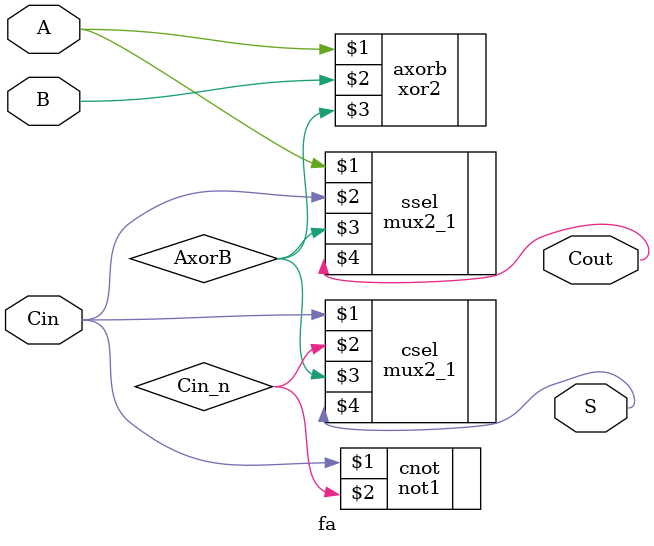
<source format=v>
module fa(A, B, Cin, S, Cout);
   input A, B, Cin;
   output S, Cout;

   wire   AxorB;
   xor2 axorb (A, B, AxorB);
   
   wire   Cin_n;
   not1 cnot (Cin, Cin_n);
   
   // S = A^B ? ~Cin, Cin;
   mux2_1 csel (Cin, Cin_n, AxorB, S);
   
   // Cout = A^B ? Cin, A;
   mux2_1 ssel (A, Cin, AxorB, Cout);
   
endmodule
 

   
   
          

</source>
